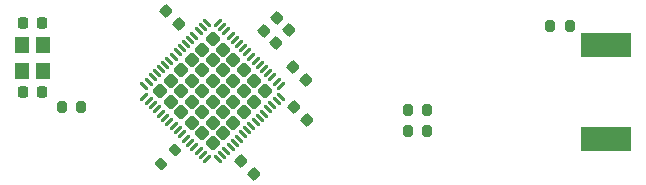
<source format=gbr>
G04 #@! TF.GenerationSoftware,KiCad,Pcbnew,(6.0.0-0)*
G04 #@! TF.CreationDate,2021-12-27T00:14:13+03:00*
G04 #@! TF.ProjectId,fu_keyboard,66755f6b-6579-4626-9f61-72642e6b6963,rev?*
G04 #@! TF.SameCoordinates,Original*
G04 #@! TF.FileFunction,Paste,Top*
G04 #@! TF.FilePolarity,Positive*
%FSLAX46Y46*%
G04 Gerber Fmt 4.6, Leading zero omitted, Abs format (unit mm)*
G04 Created by KiCad (PCBNEW (6.0.0-0)) date 2021-12-27 00:14:13*
%MOMM*%
%LPD*%
G01*
G04 APERTURE LIST*
G04 Aperture macros list*
%AMRoundRect*
0 Rectangle with rounded corners*
0 $1 Rounding radius*
0 $2 $3 $4 $5 $6 $7 $8 $9 X,Y pos of 4 corners*
0 Add a 4 corners polygon primitive as box body*
4,1,4,$2,$3,$4,$5,$6,$7,$8,$9,$2,$3,0*
0 Add four circle primitives for the rounded corners*
1,1,$1+$1,$2,$3*
1,1,$1+$1,$4,$5*
1,1,$1+$1,$6,$7*
1,1,$1+$1,$8,$9*
0 Add four rect primitives between the rounded corners*
20,1,$1+$1,$2,$3,$4,$5,0*
20,1,$1+$1,$4,$5,$6,$7,0*
20,1,$1+$1,$6,$7,$8,$9,0*
20,1,$1+$1,$8,$9,$2,$3,0*%
%AMFreePoly0*
4,1,14,0.355806,0.106694,0.419194,0.043306,0.437500,-0.000888,0.437500,-0.062500,0.419194,-0.106694,0.375000,-0.125000,-0.375000,-0.125000,-0.419194,-0.106694,-0.437500,-0.062500,-0.437500,0.062500,-0.419194,0.106694,-0.375000,0.125000,0.311612,0.125000,0.355806,0.106694,0.355806,0.106694,$1*%
%AMFreePoly1*
4,1,14,0.419194,0.106694,0.437500,0.062500,0.437500,0.000888,0.419194,-0.043306,0.355806,-0.106694,0.311612,-0.125000,-0.375000,-0.125000,-0.419194,-0.106694,-0.437500,-0.062500,-0.437500,0.062500,-0.419194,0.106694,-0.375000,0.125000,0.375000,0.125000,0.419194,0.106694,0.419194,0.106694,$1*%
%AMFreePoly2*
4,1,14,0.106694,0.419194,0.125000,0.375000,0.125000,-0.375000,0.106694,-0.419194,0.062500,-0.437500,-0.062500,-0.437500,-0.106694,-0.419194,-0.125000,-0.375000,-0.125000,0.311612,-0.106694,0.355806,-0.043306,0.419194,0.000888,0.437500,0.062500,0.437500,0.106694,0.419194,0.106694,0.419194,$1*%
%AMFreePoly3*
4,1,14,0.043306,0.419194,0.106694,0.355806,0.125000,0.311612,0.125000,-0.375000,0.106694,-0.419194,0.062500,-0.437500,-0.062500,-0.437500,-0.106694,-0.419194,-0.125000,-0.375000,-0.125000,0.375000,-0.106694,0.419194,-0.062500,0.437500,-0.000888,0.437500,0.043306,0.419194,0.043306,0.419194,$1*%
%AMFreePoly4*
4,1,14,0.419194,0.106694,0.437500,0.062500,0.437500,-0.062500,0.419194,-0.106694,0.375000,-0.125000,-0.311612,-0.125000,-0.355806,-0.106694,-0.419194,-0.043306,-0.437500,0.000888,-0.437500,0.062500,-0.419194,0.106694,-0.375000,0.125000,0.375000,0.125000,0.419194,0.106694,0.419194,0.106694,$1*%
%AMFreePoly5*
4,1,14,0.419194,0.106694,0.437500,0.062500,0.437500,-0.062500,0.419194,-0.106694,0.375000,-0.125000,-0.375000,-0.125000,-0.419194,-0.106694,-0.437500,-0.062500,-0.437500,-0.000888,-0.419194,0.043306,-0.355806,0.106694,-0.311612,0.125000,0.375000,0.125000,0.419194,0.106694,0.419194,0.106694,$1*%
%AMFreePoly6*
4,1,14,0.106694,0.419194,0.125000,0.375000,0.125000,-0.311612,0.106694,-0.355806,0.043306,-0.419194,-0.000888,-0.437500,-0.062500,-0.437500,-0.106694,-0.419194,-0.125000,-0.375000,-0.125000,0.375000,-0.106694,0.419194,-0.062500,0.437500,0.062500,0.437500,0.106694,0.419194,0.106694,0.419194,$1*%
%AMFreePoly7*
4,1,14,0.106694,0.419194,0.125000,0.375000,0.125000,-0.375000,0.106694,-0.419194,0.062500,-0.437500,0.000888,-0.437500,-0.043306,-0.419194,-0.106694,-0.355806,-0.125000,-0.311612,-0.125000,0.375000,-0.106694,0.419194,-0.062500,0.437500,0.062500,0.437500,0.106694,0.419194,0.106694,0.419194,$1*%
G04 Aperture macros list end*
%ADD10RoundRect,0.250000X0.000000X0.360624X-0.360624X0.000000X0.000000X-0.360624X0.360624X0.000000X0*%
%ADD11FreePoly0,225.000000*%
%ADD12RoundRect,0.062500X0.220971X0.309359X-0.309359X-0.220971X-0.220971X-0.309359X0.309359X0.220971X0*%
%ADD13FreePoly1,225.000000*%
%ADD14FreePoly2,225.000000*%
%ADD15RoundRect,0.062500X-0.220971X0.309359X-0.309359X0.220971X0.220971X-0.309359X0.309359X-0.220971X0*%
%ADD16FreePoly3,225.000000*%
%ADD17FreePoly4,225.000000*%
%ADD18FreePoly5,225.000000*%
%ADD19FreePoly6,225.000000*%
%ADD20FreePoly7,225.000000*%
%ADD21RoundRect,0.225000X0.225000X0.250000X-0.225000X0.250000X-0.225000X-0.250000X0.225000X-0.250000X0*%
%ADD22RoundRect,0.225000X-0.017678X0.335876X-0.335876X0.017678X0.017678X-0.335876X0.335876X-0.017678X0*%
%ADD23RoundRect,0.200000X0.200000X0.275000X-0.200000X0.275000X-0.200000X-0.275000X0.200000X-0.275000X0*%
%ADD24RoundRect,0.200000X-0.200000X-0.275000X0.200000X-0.275000X0.200000X0.275000X-0.200000X0.275000X0*%
%ADD25RoundRect,0.200000X-0.053033X0.335876X-0.335876X0.053033X0.053033X-0.335876X0.335876X-0.053033X0*%
%ADD26R,1.200000X1.400000*%
%ADD27RoundRect,0.225000X-0.335876X-0.017678X-0.017678X-0.335876X0.335876X0.017678X0.017678X0.335876X0*%
%ADD28RoundRect,0.225000X0.335876X0.017678X0.017678X0.335876X-0.335876X-0.017678X-0.017678X-0.335876X0*%
%ADD29RoundRect,0.225000X0.017678X-0.335876X0.335876X-0.017678X-0.017678X0.335876X-0.335876X0.017678X0*%
%ADD30R,4.200000X2.000000*%
G04 APERTURE END LIST*
D10*
X468561383Y-36268733D03*
X471213034Y-38920383D03*
X464141966Y-38920383D03*
X469445267Y-40688150D03*
X467677500Y-33617083D03*
X466793617Y-34500966D03*
X465025850Y-36268733D03*
X469445267Y-38920383D03*
X466793617Y-36268733D03*
X467677500Y-35384850D03*
X465909733Y-40688150D03*
X472096917Y-38036500D03*
X463258083Y-38036500D03*
X468561383Y-38036500D03*
X469445267Y-35384850D03*
X465909733Y-37152617D03*
X465909733Y-35384850D03*
X468561383Y-34500966D03*
X468561383Y-41572034D03*
X467677500Y-42455917D03*
X466793617Y-41572034D03*
X467677500Y-37152617D03*
X466793617Y-39804267D03*
X468561383Y-39804267D03*
X469445267Y-37152617D03*
X467677500Y-38920383D03*
X470329150Y-38036500D03*
X471213034Y-37152617D03*
X466793617Y-38036500D03*
X465909733Y-38920383D03*
X470329150Y-39804267D03*
X464141966Y-37152617D03*
X470329150Y-36268733D03*
X465025850Y-38036500D03*
X467677500Y-40688150D03*
X465025850Y-39804267D03*
D11*
X473449259Y-37568042D03*
D12*
X473095706Y-37214488D03*
X472742152Y-36860935D03*
X472388599Y-36507382D03*
X472035046Y-36153828D03*
X471681492Y-35800275D03*
X471327939Y-35446721D03*
X470974385Y-35093168D03*
X470620832Y-34739615D03*
X470267279Y-34386061D03*
X469913725Y-34032508D03*
X469560172Y-33678954D03*
X469206618Y-33325401D03*
X468853065Y-32971848D03*
X468499512Y-32618294D03*
D13*
X468145958Y-32264741D03*
D14*
X467209042Y-32264741D03*
D15*
X466855488Y-32618294D03*
X466501935Y-32971848D03*
X466148382Y-33325401D03*
X465794828Y-33678954D03*
X465441275Y-34032508D03*
X465087721Y-34386061D03*
X464734168Y-34739615D03*
X464380615Y-35093168D03*
X464027061Y-35446721D03*
X463673508Y-35800275D03*
X463319954Y-36153828D03*
X462966401Y-36507382D03*
X462612848Y-36860935D03*
X462259294Y-37214488D03*
D16*
X461905741Y-37568042D03*
D17*
X461905741Y-38504958D03*
D12*
X462259294Y-38858512D03*
X462612848Y-39212065D03*
X462966401Y-39565618D03*
X463319954Y-39919172D03*
X463673508Y-40272725D03*
X464027061Y-40626279D03*
X464380615Y-40979832D03*
X464734168Y-41333385D03*
X465087721Y-41686939D03*
X465441275Y-42040492D03*
X465794828Y-42394046D03*
X466148382Y-42747599D03*
X466501935Y-43101152D03*
X466855488Y-43454706D03*
D18*
X467209042Y-43808259D03*
D19*
X468145958Y-43808259D03*
D15*
X468499512Y-43454706D03*
X468853065Y-43101152D03*
X469206618Y-42747599D03*
X469560172Y-42394046D03*
X469913725Y-42040492D03*
X470267279Y-41686939D03*
X470620832Y-41333385D03*
X470974385Y-40979832D03*
X471327939Y-40626279D03*
X471681492Y-40272725D03*
X472035046Y-39919172D03*
X472388599Y-39565618D03*
X472742152Y-39212065D03*
X473095706Y-38858512D03*
D20*
X473449259Y-38504958D03*
D21*
X453212500Y-38100000D03*
X451662500Y-38100000D03*
X453212500Y-32258000D03*
X451662500Y-32258000D03*
D22*
X474181808Y-32852992D03*
X473085792Y-33949008D03*
D23*
X456564500Y-39370000D03*
X454914500Y-39370000D03*
D24*
X484188000Y-39624000D03*
X485838000Y-39624000D03*
D23*
X485838000Y-41402000D03*
X484188000Y-41402000D03*
D25*
X464514363Y-43041137D03*
X463347637Y-44207863D03*
D26*
X453287500Y-36279000D03*
X453287500Y-34079000D03*
X451587500Y-34079000D03*
X451587500Y-36279000D03*
D27*
X474491992Y-35952492D03*
X475588008Y-37048508D03*
X470063192Y-43940092D03*
X471159208Y-45036108D03*
D28*
X464860008Y-32310708D03*
X463763992Y-31214692D03*
D27*
X474609792Y-39329992D03*
X475705808Y-40426008D03*
D29*
X472069792Y-32933008D03*
X473165808Y-31836992D03*
D30*
X501015000Y-34100000D03*
X501015000Y-42100000D03*
D23*
X497903000Y-32538100D03*
X496253000Y-32538100D03*
M02*

</source>
